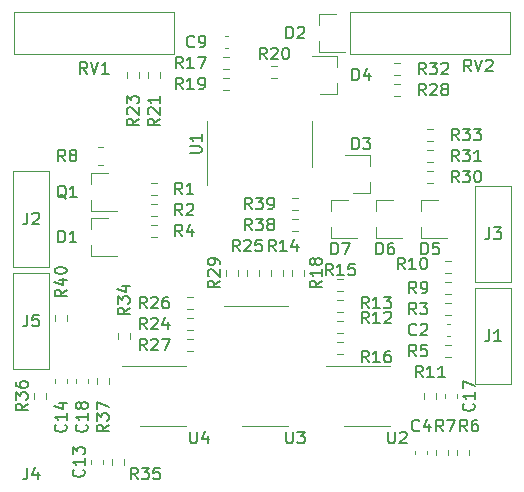
<source format=gbr>
%TF.GenerationSoftware,KiCad,Pcbnew,5.1.9*%
%TF.CreationDate,2021-04-12T02:58:06-04:00*%
%TF.ProjectId,rog_tri-vibe,726f675f-7472-4692-9d76-6962652e6b69,rev?*%
%TF.SameCoordinates,Original*%
%TF.FileFunction,Legend,Top*%
%TF.FilePolarity,Positive*%
%FSLAX46Y46*%
G04 Gerber Fmt 4.6, Leading zero omitted, Abs format (unit mm)*
G04 Created by KiCad (PCBNEW 5.1.9) date 2021-04-12 02:58:06*
%MOMM*%
%LPD*%
G01*
G04 APERTURE LIST*
%ADD10C,0.120000*%
%ADD11C,0.150000*%
G04 APERTURE END LIST*
D10*
X171196000Y-96774000D02*
X168148000Y-96774000D01*
X171196000Y-104902000D02*
X171196000Y-96774000D01*
X168148000Y-104902000D02*
X171196000Y-104902000D01*
X168148000Y-96774000D02*
X168148000Y-104902000D01*
X171196000Y-88138000D02*
X168148000Y-88138000D01*
X171196000Y-96266000D02*
X171196000Y-88138000D01*
X168148000Y-96266000D02*
X171196000Y-96266000D01*
X168148000Y-88138000D02*
X168148000Y-96266000D01*
X132080000Y-86868000D02*
X129032000Y-86868000D01*
X132080000Y-94996000D02*
X132080000Y-86868000D01*
X129032000Y-94996000D02*
X132080000Y-94996000D01*
X129032000Y-86868000D02*
X129032000Y-94996000D01*
X129032000Y-103632000D02*
X132080000Y-103632000D01*
X129032000Y-95504000D02*
X129032000Y-103632000D01*
X132080000Y-95504000D02*
X129032000Y-95504000D01*
X132080000Y-103632000D02*
X132080000Y-95504000D01*
%TO.C,C18*%
X135384000Y-104507420D02*
X135384000Y-104788580D01*
X134364000Y-104507420D02*
X134364000Y-104788580D01*
%TO.C,C17*%
X165606000Y-105777420D02*
X165606000Y-106058580D01*
X166626000Y-105777420D02*
X166626000Y-106058580D01*
%TO.C,C9*%
X146925420Y-75436000D02*
X147206580Y-75436000D01*
X146925420Y-76456000D02*
X147206580Y-76456000D01*
%TO.C,U4*%
X141732000Y-103358000D02*
X138282000Y-103358000D01*
X141732000Y-103358000D02*
X143682000Y-103358000D01*
X141732000Y-108478000D02*
X139782000Y-108478000D01*
X141732000Y-108478000D02*
X143682000Y-108478000D01*
%TO.C,U2*%
X159004000Y-103358000D02*
X155554000Y-103358000D01*
X159004000Y-103358000D02*
X160954000Y-103358000D01*
X159004000Y-108478000D02*
X157054000Y-108478000D01*
X159004000Y-108478000D02*
X160954000Y-108478000D01*
%TO.C,U3*%
X150368000Y-98318000D02*
X146918000Y-98318000D01*
X150368000Y-98318000D02*
X152318000Y-98318000D01*
X150368000Y-108438000D02*
X148418000Y-108438000D01*
X150368000Y-108438000D02*
X152318000Y-108438000D01*
%TO.C,U1*%
X154295000Y-84582000D02*
X154295000Y-82632000D01*
X154295000Y-84582000D02*
X154295000Y-86532000D01*
X145425000Y-84582000D02*
X145425000Y-82632000D01*
X145425000Y-84582000D02*
X145425000Y-88032000D01*
%TO.C,RV2*%
X171088000Y-73434000D02*
X157588000Y-73434000D01*
X171088000Y-76934000D02*
X171088000Y-73434000D01*
X157588000Y-76934000D02*
X171088000Y-76934000D01*
X157588000Y-73434000D02*
X157588000Y-76934000D01*
%TO.C,RV1*%
X142640000Y-73434000D02*
X129140000Y-73434000D01*
X142640000Y-76934000D02*
X142640000Y-73434000D01*
X129140000Y-76934000D02*
X142640000Y-76934000D01*
X129140000Y-73434000D02*
X129140000Y-76934000D01*
%TO.C,R40*%
X133618500Y-99076742D02*
X133618500Y-99551258D01*
X132573500Y-99076742D02*
X132573500Y-99551258D01*
%TO.C,R39*%
X153145258Y-89139500D02*
X152670742Y-89139500D01*
X153145258Y-90184500D02*
X152670742Y-90184500D01*
%TO.C,R38*%
X152670742Y-91962500D02*
X153145258Y-91962500D01*
X152670742Y-90917500D02*
X153145258Y-90917500D01*
%TO.C,R37*%
X136129500Y-104410742D02*
X136129500Y-104885258D01*
X137174500Y-104410742D02*
X137174500Y-104885258D01*
%TO.C,R36*%
X131840500Y-105680742D02*
X131840500Y-106155258D01*
X130795500Y-105680742D02*
X130795500Y-106155258D01*
%TO.C,R35*%
X137399500Y-111268742D02*
X137399500Y-111743258D01*
X138444500Y-111268742D02*
X138444500Y-111743258D01*
%TO.C,R34*%
X138952500Y-101075258D02*
X138952500Y-100600742D01*
X137907500Y-101075258D02*
X137907500Y-100600742D01*
%TO.C,R33*%
X164100742Y-84342500D02*
X164575258Y-84342500D01*
X164100742Y-83297500D02*
X164575258Y-83297500D01*
%TO.C,R32*%
X161306742Y-78754500D02*
X161781258Y-78754500D01*
X161306742Y-77709500D02*
X161781258Y-77709500D01*
%TO.C,R31*%
X164100742Y-86120500D02*
X164575258Y-86120500D01*
X164100742Y-85075500D02*
X164575258Y-85075500D01*
%TO.C,R30*%
X164100742Y-87898500D02*
X164575258Y-87898500D01*
X164100742Y-86853500D02*
X164575258Y-86853500D01*
%TO.C,R29*%
X148096500Y-95741258D02*
X148096500Y-95266742D01*
X147051500Y-95741258D02*
X147051500Y-95266742D01*
%TO.C,R28*%
X161306742Y-80532500D02*
X161781258Y-80532500D01*
X161306742Y-79487500D02*
X161781258Y-79487500D01*
%TO.C,R27*%
X143780742Y-101077500D02*
X144255258Y-101077500D01*
X143780742Y-102122500D02*
X144255258Y-102122500D01*
%TO.C,R26*%
X143780742Y-98566500D02*
X144255258Y-98566500D01*
X143780742Y-97521500D02*
X144255258Y-97521500D01*
%TO.C,R25*%
X148829500Y-95741258D02*
X148829500Y-95266742D01*
X149874500Y-95741258D02*
X149874500Y-95266742D01*
%TO.C,R24*%
X143780742Y-100344500D02*
X144255258Y-100344500D01*
X143780742Y-99299500D02*
X144255258Y-99299500D01*
%TO.C,R23*%
X139714500Y-78977258D02*
X139714500Y-78502742D01*
X138669500Y-78977258D02*
X138669500Y-78502742D01*
%TO.C,R21*%
X140447500Y-78502742D02*
X140447500Y-78977258D01*
X141492500Y-78502742D02*
X141492500Y-78977258D01*
%TO.C,R20*%
X151367258Y-77963500D02*
X150892742Y-77963500D01*
X151367258Y-79008500D02*
X150892742Y-79008500D01*
%TO.C,R19*%
X146828742Y-80024500D02*
X147303258Y-80024500D01*
X146828742Y-78979500D02*
X147303258Y-78979500D01*
%TO.C,R18*%
X153684500Y-95741258D02*
X153684500Y-95266742D01*
X152639500Y-95741258D02*
X152639500Y-95266742D01*
%TO.C,R17*%
X146828742Y-78246500D02*
X147303258Y-78246500D01*
X146828742Y-77201500D02*
X147303258Y-77201500D01*
%TO.C,R16*%
X156955258Y-102376500D02*
X156480742Y-102376500D01*
X156955258Y-101331500D02*
X156480742Y-101331500D01*
%TO.C,R15*%
X156955258Y-95997500D02*
X156480742Y-95997500D01*
X156955258Y-97042500D02*
X156480742Y-97042500D01*
%TO.C,R14*%
X151906500Y-95741258D02*
X151906500Y-95266742D01*
X150861500Y-95741258D02*
X150861500Y-95266742D01*
%TO.C,R13*%
X156955258Y-97775500D02*
X156480742Y-97775500D01*
X156955258Y-98820500D02*
X156480742Y-98820500D01*
%TO.C,R12*%
X156480742Y-100598500D02*
X156955258Y-100598500D01*
X156480742Y-99553500D02*
X156955258Y-99553500D01*
%TO.C,R11*%
X163815500Y-105680742D02*
X163815500Y-106155258D01*
X164860500Y-105680742D02*
X164860500Y-106155258D01*
%TO.C,R10*%
X165624742Y-95518500D02*
X166099258Y-95518500D01*
X165624742Y-94473500D02*
X166099258Y-94473500D01*
%TO.C,R9*%
X165624742Y-97296500D02*
X166099258Y-97296500D01*
X165624742Y-96251500D02*
X166099258Y-96251500D01*
%TO.C,R8*%
X136170936Y-86333000D02*
X136625064Y-86333000D01*
X136170936Y-84863000D02*
X136625064Y-84863000D01*
%TO.C,R7*%
X164831500Y-110443742D02*
X164831500Y-110918258D01*
X165876500Y-110443742D02*
X165876500Y-110918258D01*
%TO.C,R6*%
X166609500Y-110918258D02*
X166609500Y-110443742D01*
X167654500Y-110918258D02*
X167654500Y-110443742D01*
%TO.C,R5*%
X166099258Y-102630500D02*
X165624742Y-102630500D01*
X166099258Y-101585500D02*
X165624742Y-101585500D01*
%TO.C,R4*%
X140732742Y-92470500D02*
X141207258Y-92470500D01*
X140732742Y-91425500D02*
X141207258Y-91425500D01*
%TO.C,R3*%
X166099258Y-98029500D02*
X165624742Y-98029500D01*
X166099258Y-99074500D02*
X165624742Y-99074500D01*
%TO.C,R2*%
X141207258Y-89647500D02*
X140732742Y-89647500D01*
X141207258Y-90692500D02*
X140732742Y-90692500D01*
%TO.C,R1*%
X140732742Y-88914500D02*
X141207258Y-88914500D01*
X140732742Y-87869500D02*
X141207258Y-87869500D01*
%TO.C,Q1*%
X135638000Y-87066000D02*
X137098000Y-87066000D01*
X135638000Y-90226000D02*
X137798000Y-90226000D01*
X135638000Y-90226000D02*
X135638000Y-89296000D01*
X135638000Y-87066000D02*
X135638000Y-87996000D01*
%TO.C,D7*%
X155958000Y-89352000D02*
X157418000Y-89352000D01*
X155958000Y-92512000D02*
X158118000Y-92512000D01*
X155958000Y-92512000D02*
X155958000Y-91582000D01*
X155958000Y-89352000D02*
X155958000Y-90282000D01*
%TO.C,D6*%
X159768000Y-89352000D02*
X161228000Y-89352000D01*
X159768000Y-92512000D02*
X161928000Y-92512000D01*
X159768000Y-92512000D02*
X159768000Y-91582000D01*
X159768000Y-89352000D02*
X159768000Y-90282000D01*
%TO.C,D5*%
X163578000Y-89352000D02*
X165038000Y-89352000D01*
X163578000Y-92512000D02*
X165738000Y-92512000D01*
X163578000Y-92512000D02*
X163578000Y-91582000D01*
X163578000Y-89352000D02*
X163578000Y-90282000D01*
%TO.C,D4*%
X156462000Y-80320000D02*
X156462000Y-79390000D01*
X156462000Y-77160000D02*
X156462000Y-78090000D01*
X156462000Y-77160000D02*
X154302000Y-77160000D01*
X156462000Y-80320000D02*
X155002000Y-80320000D01*
%TO.C,D3*%
X159256000Y-88702000D02*
X157796000Y-88702000D01*
X159256000Y-85542000D02*
X157096000Y-85542000D01*
X159256000Y-85542000D02*
X159256000Y-86472000D01*
X159256000Y-88702000D02*
X159256000Y-87772000D01*
%TO.C,D2*%
X154942000Y-73604000D02*
X154942000Y-74534000D01*
X154942000Y-76764000D02*
X154942000Y-75834000D01*
X154942000Y-76764000D02*
X157102000Y-76764000D01*
X154942000Y-73604000D02*
X156402000Y-73604000D01*
%TO.C,D1*%
X135638000Y-90876000D02*
X137098000Y-90876000D01*
X135638000Y-94036000D02*
X137798000Y-94036000D01*
X135638000Y-94036000D02*
X135638000Y-93106000D01*
X135638000Y-90876000D02*
X135638000Y-91806000D01*
%TO.C,C14*%
X132586000Y-104788580D02*
X132586000Y-104507420D01*
X133606000Y-104788580D02*
X133606000Y-104507420D01*
%TO.C,C13*%
X135634000Y-111365420D02*
X135634000Y-111646580D01*
X136654000Y-111365420D02*
X136654000Y-111646580D01*
%TO.C,C4*%
X164086000Y-110540420D02*
X164086000Y-110821580D01*
X163066000Y-110540420D02*
X163066000Y-110821580D01*
%TO.C,C2*%
X165721420Y-100840000D02*
X166002580Y-100840000D01*
X165721420Y-99820000D02*
X166002580Y-99820000D01*
%TO.C,C18*%
D11*
X135231142Y-108338857D02*
X135278761Y-108386476D01*
X135326380Y-108529333D01*
X135326380Y-108624571D01*
X135278761Y-108767428D01*
X135183523Y-108862666D01*
X135088285Y-108910285D01*
X134897809Y-108957904D01*
X134754952Y-108957904D01*
X134564476Y-108910285D01*
X134469238Y-108862666D01*
X134374000Y-108767428D01*
X134326380Y-108624571D01*
X134326380Y-108529333D01*
X134374000Y-108386476D01*
X134421619Y-108338857D01*
X135326380Y-107386476D02*
X135326380Y-107957904D01*
X135326380Y-107672190D02*
X134326380Y-107672190D01*
X134469238Y-107767428D01*
X134564476Y-107862666D01*
X134612095Y-107957904D01*
X134754952Y-106815047D02*
X134707333Y-106910285D01*
X134659714Y-106957904D01*
X134564476Y-107005523D01*
X134516857Y-107005523D01*
X134421619Y-106957904D01*
X134374000Y-106910285D01*
X134326380Y-106815047D01*
X134326380Y-106624571D01*
X134374000Y-106529333D01*
X134421619Y-106481714D01*
X134516857Y-106434095D01*
X134564476Y-106434095D01*
X134659714Y-106481714D01*
X134707333Y-106529333D01*
X134754952Y-106624571D01*
X134754952Y-106815047D01*
X134802571Y-106910285D01*
X134850190Y-106957904D01*
X134945428Y-107005523D01*
X135135904Y-107005523D01*
X135231142Y-106957904D01*
X135278761Y-106910285D01*
X135326380Y-106815047D01*
X135326380Y-106624571D01*
X135278761Y-106529333D01*
X135231142Y-106481714D01*
X135135904Y-106434095D01*
X134945428Y-106434095D01*
X134850190Y-106481714D01*
X134802571Y-106529333D01*
X134754952Y-106624571D01*
%TO.C,C17*%
X167997142Y-106560857D02*
X168044761Y-106608476D01*
X168092380Y-106751333D01*
X168092380Y-106846571D01*
X168044761Y-106989428D01*
X167949523Y-107084666D01*
X167854285Y-107132285D01*
X167663809Y-107179904D01*
X167520952Y-107179904D01*
X167330476Y-107132285D01*
X167235238Y-107084666D01*
X167140000Y-106989428D01*
X167092380Y-106846571D01*
X167092380Y-106751333D01*
X167140000Y-106608476D01*
X167187619Y-106560857D01*
X168092380Y-105608476D02*
X168092380Y-106179904D01*
X168092380Y-105894190D02*
X167092380Y-105894190D01*
X167235238Y-105989428D01*
X167330476Y-106084666D01*
X167378095Y-106179904D01*
X167092380Y-105275142D02*
X167092380Y-104608476D01*
X168092380Y-105037047D01*
%TO.C,C9*%
X144359333Y-76303142D02*
X144311714Y-76350761D01*
X144168857Y-76398380D01*
X144073619Y-76398380D01*
X143930761Y-76350761D01*
X143835523Y-76255523D01*
X143787904Y-76160285D01*
X143740285Y-75969809D01*
X143740285Y-75826952D01*
X143787904Y-75636476D01*
X143835523Y-75541238D01*
X143930761Y-75446000D01*
X144073619Y-75398380D01*
X144168857Y-75398380D01*
X144311714Y-75446000D01*
X144359333Y-75493619D01*
X144835523Y-76398380D02*
X145026000Y-76398380D01*
X145121238Y-76350761D01*
X145168857Y-76303142D01*
X145264095Y-76160285D01*
X145311714Y-75969809D01*
X145311714Y-75588857D01*
X145264095Y-75493619D01*
X145216476Y-75446000D01*
X145121238Y-75398380D01*
X144930761Y-75398380D01*
X144835523Y-75446000D01*
X144787904Y-75493619D01*
X144740285Y-75588857D01*
X144740285Y-75826952D01*
X144787904Y-75922190D01*
X144835523Y-75969809D01*
X144930761Y-76017428D01*
X145121238Y-76017428D01*
X145216476Y-75969809D01*
X145264095Y-75922190D01*
X145311714Y-75826952D01*
%TO.C,U4*%
X144018095Y-108926380D02*
X144018095Y-109735904D01*
X144065714Y-109831142D01*
X144113333Y-109878761D01*
X144208571Y-109926380D01*
X144399047Y-109926380D01*
X144494285Y-109878761D01*
X144541904Y-109831142D01*
X144589523Y-109735904D01*
X144589523Y-108926380D01*
X145494285Y-109259714D02*
X145494285Y-109926380D01*
X145256190Y-108878761D02*
X145018095Y-109593047D01*
X145637142Y-109593047D01*
%TO.C,U2*%
X160782095Y-108926380D02*
X160782095Y-109735904D01*
X160829714Y-109831142D01*
X160877333Y-109878761D01*
X160972571Y-109926380D01*
X161163047Y-109926380D01*
X161258285Y-109878761D01*
X161305904Y-109831142D01*
X161353523Y-109735904D01*
X161353523Y-108926380D01*
X161782095Y-109021619D02*
X161829714Y-108974000D01*
X161924952Y-108926380D01*
X162163047Y-108926380D01*
X162258285Y-108974000D01*
X162305904Y-109021619D01*
X162353523Y-109116857D01*
X162353523Y-109212095D01*
X162305904Y-109354952D01*
X161734476Y-109926380D01*
X162353523Y-109926380D01*
%TO.C,U3*%
X152146095Y-108926380D02*
X152146095Y-109735904D01*
X152193714Y-109831142D01*
X152241333Y-109878761D01*
X152336571Y-109926380D01*
X152527047Y-109926380D01*
X152622285Y-109878761D01*
X152669904Y-109831142D01*
X152717523Y-109735904D01*
X152717523Y-108926380D01*
X153098476Y-108926380D02*
X153717523Y-108926380D01*
X153384190Y-109307333D01*
X153527047Y-109307333D01*
X153622285Y-109354952D01*
X153669904Y-109402571D01*
X153717523Y-109497809D01*
X153717523Y-109735904D01*
X153669904Y-109831142D01*
X153622285Y-109878761D01*
X153527047Y-109926380D01*
X153241333Y-109926380D01*
X153146095Y-109878761D01*
X153098476Y-109831142D01*
%TO.C,U1*%
X143978380Y-85343904D02*
X144787904Y-85343904D01*
X144883142Y-85296285D01*
X144930761Y-85248666D01*
X144978380Y-85153428D01*
X144978380Y-84962952D01*
X144930761Y-84867714D01*
X144883142Y-84820095D01*
X144787904Y-84772476D01*
X143978380Y-84772476D01*
X144978380Y-83772476D02*
X144978380Y-84343904D01*
X144978380Y-84058190D02*
X143978380Y-84058190D01*
X144121238Y-84153428D01*
X144216476Y-84248666D01*
X144264095Y-84343904D01*
%TO.C,RV2*%
X167806761Y-78430380D02*
X167473428Y-77954190D01*
X167235333Y-78430380D02*
X167235333Y-77430380D01*
X167616285Y-77430380D01*
X167711523Y-77478000D01*
X167759142Y-77525619D01*
X167806761Y-77620857D01*
X167806761Y-77763714D01*
X167759142Y-77858952D01*
X167711523Y-77906571D01*
X167616285Y-77954190D01*
X167235333Y-77954190D01*
X168092476Y-77430380D02*
X168425809Y-78430380D01*
X168759142Y-77430380D01*
X169044857Y-77525619D02*
X169092476Y-77478000D01*
X169187714Y-77430380D01*
X169425809Y-77430380D01*
X169521047Y-77478000D01*
X169568666Y-77525619D01*
X169616285Y-77620857D01*
X169616285Y-77716095D01*
X169568666Y-77858952D01*
X168997238Y-78430380D01*
X169616285Y-78430380D01*
%TO.C,RV1*%
X135294761Y-78636380D02*
X134961428Y-78160190D01*
X134723333Y-78636380D02*
X134723333Y-77636380D01*
X135104285Y-77636380D01*
X135199523Y-77684000D01*
X135247142Y-77731619D01*
X135294761Y-77826857D01*
X135294761Y-77969714D01*
X135247142Y-78064952D01*
X135199523Y-78112571D01*
X135104285Y-78160190D01*
X134723333Y-78160190D01*
X135580476Y-77636380D02*
X135913809Y-78636380D01*
X136247142Y-77636380D01*
X137104285Y-78636380D02*
X136532857Y-78636380D01*
X136818571Y-78636380D02*
X136818571Y-77636380D01*
X136723333Y-77779238D01*
X136628095Y-77874476D01*
X136532857Y-77922095D01*
%TO.C,R40*%
X133548380Y-96908857D02*
X133072190Y-97242190D01*
X133548380Y-97480285D02*
X132548380Y-97480285D01*
X132548380Y-97099333D01*
X132596000Y-97004095D01*
X132643619Y-96956476D01*
X132738857Y-96908857D01*
X132881714Y-96908857D01*
X132976952Y-96956476D01*
X133024571Y-97004095D01*
X133072190Y-97099333D01*
X133072190Y-97480285D01*
X132881714Y-96051714D02*
X133548380Y-96051714D01*
X132500761Y-96289809D02*
X133215047Y-96527904D01*
X133215047Y-95908857D01*
X132548380Y-95337428D02*
X132548380Y-95242190D01*
X132596000Y-95146952D01*
X132643619Y-95099333D01*
X132738857Y-95051714D01*
X132929333Y-95004095D01*
X133167428Y-95004095D01*
X133357904Y-95051714D01*
X133453142Y-95099333D01*
X133500761Y-95146952D01*
X133548380Y-95242190D01*
X133548380Y-95337428D01*
X133500761Y-95432666D01*
X133453142Y-95480285D01*
X133357904Y-95527904D01*
X133167428Y-95575523D01*
X132929333Y-95575523D01*
X132738857Y-95527904D01*
X132643619Y-95480285D01*
X132596000Y-95432666D01*
X132548380Y-95337428D01*
%TO.C,R39*%
X149217142Y-90114380D02*
X148883809Y-89638190D01*
X148645714Y-90114380D02*
X148645714Y-89114380D01*
X149026666Y-89114380D01*
X149121904Y-89162000D01*
X149169523Y-89209619D01*
X149217142Y-89304857D01*
X149217142Y-89447714D01*
X149169523Y-89542952D01*
X149121904Y-89590571D01*
X149026666Y-89638190D01*
X148645714Y-89638190D01*
X149550476Y-89114380D02*
X150169523Y-89114380D01*
X149836190Y-89495333D01*
X149979047Y-89495333D01*
X150074285Y-89542952D01*
X150121904Y-89590571D01*
X150169523Y-89685809D01*
X150169523Y-89923904D01*
X150121904Y-90019142D01*
X150074285Y-90066761D01*
X149979047Y-90114380D01*
X149693333Y-90114380D01*
X149598095Y-90066761D01*
X149550476Y-90019142D01*
X150645714Y-90114380D02*
X150836190Y-90114380D01*
X150931428Y-90066761D01*
X150979047Y-90019142D01*
X151074285Y-89876285D01*
X151121904Y-89685809D01*
X151121904Y-89304857D01*
X151074285Y-89209619D01*
X151026666Y-89162000D01*
X150931428Y-89114380D01*
X150740952Y-89114380D01*
X150645714Y-89162000D01*
X150598095Y-89209619D01*
X150550476Y-89304857D01*
X150550476Y-89542952D01*
X150598095Y-89638190D01*
X150645714Y-89685809D01*
X150740952Y-89733428D01*
X150931428Y-89733428D01*
X151026666Y-89685809D01*
X151074285Y-89638190D01*
X151121904Y-89542952D01*
%TO.C,R38*%
X149217142Y-91892380D02*
X148883809Y-91416190D01*
X148645714Y-91892380D02*
X148645714Y-90892380D01*
X149026666Y-90892380D01*
X149121904Y-90940000D01*
X149169523Y-90987619D01*
X149217142Y-91082857D01*
X149217142Y-91225714D01*
X149169523Y-91320952D01*
X149121904Y-91368571D01*
X149026666Y-91416190D01*
X148645714Y-91416190D01*
X149550476Y-90892380D02*
X150169523Y-90892380D01*
X149836190Y-91273333D01*
X149979047Y-91273333D01*
X150074285Y-91320952D01*
X150121904Y-91368571D01*
X150169523Y-91463809D01*
X150169523Y-91701904D01*
X150121904Y-91797142D01*
X150074285Y-91844761D01*
X149979047Y-91892380D01*
X149693333Y-91892380D01*
X149598095Y-91844761D01*
X149550476Y-91797142D01*
X150740952Y-91320952D02*
X150645714Y-91273333D01*
X150598095Y-91225714D01*
X150550476Y-91130476D01*
X150550476Y-91082857D01*
X150598095Y-90987619D01*
X150645714Y-90940000D01*
X150740952Y-90892380D01*
X150931428Y-90892380D01*
X151026666Y-90940000D01*
X151074285Y-90987619D01*
X151121904Y-91082857D01*
X151121904Y-91130476D01*
X151074285Y-91225714D01*
X151026666Y-91273333D01*
X150931428Y-91320952D01*
X150740952Y-91320952D01*
X150645714Y-91368571D01*
X150598095Y-91416190D01*
X150550476Y-91511428D01*
X150550476Y-91701904D01*
X150598095Y-91797142D01*
X150645714Y-91844761D01*
X150740952Y-91892380D01*
X150931428Y-91892380D01*
X151026666Y-91844761D01*
X151074285Y-91797142D01*
X151121904Y-91701904D01*
X151121904Y-91511428D01*
X151074285Y-91416190D01*
X151026666Y-91368571D01*
X150931428Y-91320952D01*
%TO.C,R37*%
X137104380Y-108338857D02*
X136628190Y-108672190D01*
X137104380Y-108910285D02*
X136104380Y-108910285D01*
X136104380Y-108529333D01*
X136152000Y-108434095D01*
X136199619Y-108386476D01*
X136294857Y-108338857D01*
X136437714Y-108338857D01*
X136532952Y-108386476D01*
X136580571Y-108434095D01*
X136628190Y-108529333D01*
X136628190Y-108910285D01*
X136104380Y-108005523D02*
X136104380Y-107386476D01*
X136485333Y-107719809D01*
X136485333Y-107576952D01*
X136532952Y-107481714D01*
X136580571Y-107434095D01*
X136675809Y-107386476D01*
X136913904Y-107386476D01*
X137009142Y-107434095D01*
X137056761Y-107481714D01*
X137104380Y-107576952D01*
X137104380Y-107862666D01*
X137056761Y-107957904D01*
X137009142Y-108005523D01*
X136104380Y-107053142D02*
X136104380Y-106386476D01*
X137104380Y-106815047D01*
%TO.C,R36*%
X130246380Y-106560857D02*
X129770190Y-106894190D01*
X130246380Y-107132285D02*
X129246380Y-107132285D01*
X129246380Y-106751333D01*
X129294000Y-106656095D01*
X129341619Y-106608476D01*
X129436857Y-106560857D01*
X129579714Y-106560857D01*
X129674952Y-106608476D01*
X129722571Y-106656095D01*
X129770190Y-106751333D01*
X129770190Y-107132285D01*
X129246380Y-106227523D02*
X129246380Y-105608476D01*
X129627333Y-105941809D01*
X129627333Y-105798952D01*
X129674952Y-105703714D01*
X129722571Y-105656095D01*
X129817809Y-105608476D01*
X130055904Y-105608476D01*
X130151142Y-105656095D01*
X130198761Y-105703714D01*
X130246380Y-105798952D01*
X130246380Y-106084666D01*
X130198761Y-106179904D01*
X130151142Y-106227523D01*
X129246380Y-104751333D02*
X129246380Y-104941809D01*
X129294000Y-105037047D01*
X129341619Y-105084666D01*
X129484476Y-105179904D01*
X129674952Y-105227523D01*
X130055904Y-105227523D01*
X130151142Y-105179904D01*
X130198761Y-105132285D01*
X130246380Y-105037047D01*
X130246380Y-104846571D01*
X130198761Y-104751333D01*
X130151142Y-104703714D01*
X130055904Y-104656095D01*
X129817809Y-104656095D01*
X129722571Y-104703714D01*
X129674952Y-104751333D01*
X129627333Y-104846571D01*
X129627333Y-105037047D01*
X129674952Y-105132285D01*
X129722571Y-105179904D01*
X129817809Y-105227523D01*
%TO.C,R35*%
X139565142Y-112974380D02*
X139231809Y-112498190D01*
X138993714Y-112974380D02*
X138993714Y-111974380D01*
X139374666Y-111974380D01*
X139469904Y-112022000D01*
X139517523Y-112069619D01*
X139565142Y-112164857D01*
X139565142Y-112307714D01*
X139517523Y-112402952D01*
X139469904Y-112450571D01*
X139374666Y-112498190D01*
X138993714Y-112498190D01*
X139898476Y-111974380D02*
X140517523Y-111974380D01*
X140184190Y-112355333D01*
X140327047Y-112355333D01*
X140422285Y-112402952D01*
X140469904Y-112450571D01*
X140517523Y-112545809D01*
X140517523Y-112783904D01*
X140469904Y-112879142D01*
X140422285Y-112926761D01*
X140327047Y-112974380D01*
X140041333Y-112974380D01*
X139946095Y-112926761D01*
X139898476Y-112879142D01*
X141422285Y-111974380D02*
X140946095Y-111974380D01*
X140898476Y-112450571D01*
X140946095Y-112402952D01*
X141041333Y-112355333D01*
X141279428Y-112355333D01*
X141374666Y-112402952D01*
X141422285Y-112450571D01*
X141469904Y-112545809D01*
X141469904Y-112783904D01*
X141422285Y-112879142D01*
X141374666Y-112926761D01*
X141279428Y-112974380D01*
X141041333Y-112974380D01*
X140946095Y-112926761D01*
X140898476Y-112879142D01*
%TO.C,R34*%
X138882380Y-98432857D02*
X138406190Y-98766190D01*
X138882380Y-99004285D02*
X137882380Y-99004285D01*
X137882380Y-98623333D01*
X137930000Y-98528095D01*
X137977619Y-98480476D01*
X138072857Y-98432857D01*
X138215714Y-98432857D01*
X138310952Y-98480476D01*
X138358571Y-98528095D01*
X138406190Y-98623333D01*
X138406190Y-99004285D01*
X137882380Y-98099523D02*
X137882380Y-97480476D01*
X138263333Y-97813809D01*
X138263333Y-97670952D01*
X138310952Y-97575714D01*
X138358571Y-97528095D01*
X138453809Y-97480476D01*
X138691904Y-97480476D01*
X138787142Y-97528095D01*
X138834761Y-97575714D01*
X138882380Y-97670952D01*
X138882380Y-97956666D01*
X138834761Y-98051904D01*
X138787142Y-98099523D01*
X138215714Y-96623333D02*
X138882380Y-96623333D01*
X137834761Y-96861428D02*
X138549047Y-97099523D01*
X138549047Y-96480476D01*
%TO.C,R33*%
X166743142Y-84272380D02*
X166409809Y-83796190D01*
X166171714Y-84272380D02*
X166171714Y-83272380D01*
X166552666Y-83272380D01*
X166647904Y-83320000D01*
X166695523Y-83367619D01*
X166743142Y-83462857D01*
X166743142Y-83605714D01*
X166695523Y-83700952D01*
X166647904Y-83748571D01*
X166552666Y-83796190D01*
X166171714Y-83796190D01*
X167076476Y-83272380D02*
X167695523Y-83272380D01*
X167362190Y-83653333D01*
X167505047Y-83653333D01*
X167600285Y-83700952D01*
X167647904Y-83748571D01*
X167695523Y-83843809D01*
X167695523Y-84081904D01*
X167647904Y-84177142D01*
X167600285Y-84224761D01*
X167505047Y-84272380D01*
X167219333Y-84272380D01*
X167124095Y-84224761D01*
X167076476Y-84177142D01*
X168028857Y-83272380D02*
X168647904Y-83272380D01*
X168314571Y-83653333D01*
X168457428Y-83653333D01*
X168552666Y-83700952D01*
X168600285Y-83748571D01*
X168647904Y-83843809D01*
X168647904Y-84081904D01*
X168600285Y-84177142D01*
X168552666Y-84224761D01*
X168457428Y-84272380D01*
X168171714Y-84272380D01*
X168076476Y-84224761D01*
X168028857Y-84177142D01*
%TO.C,R32*%
X163949142Y-78684380D02*
X163615809Y-78208190D01*
X163377714Y-78684380D02*
X163377714Y-77684380D01*
X163758666Y-77684380D01*
X163853904Y-77732000D01*
X163901523Y-77779619D01*
X163949142Y-77874857D01*
X163949142Y-78017714D01*
X163901523Y-78112952D01*
X163853904Y-78160571D01*
X163758666Y-78208190D01*
X163377714Y-78208190D01*
X164282476Y-77684380D02*
X164901523Y-77684380D01*
X164568190Y-78065333D01*
X164711047Y-78065333D01*
X164806285Y-78112952D01*
X164853904Y-78160571D01*
X164901523Y-78255809D01*
X164901523Y-78493904D01*
X164853904Y-78589142D01*
X164806285Y-78636761D01*
X164711047Y-78684380D01*
X164425333Y-78684380D01*
X164330095Y-78636761D01*
X164282476Y-78589142D01*
X165282476Y-77779619D02*
X165330095Y-77732000D01*
X165425333Y-77684380D01*
X165663428Y-77684380D01*
X165758666Y-77732000D01*
X165806285Y-77779619D01*
X165853904Y-77874857D01*
X165853904Y-77970095D01*
X165806285Y-78112952D01*
X165234857Y-78684380D01*
X165853904Y-78684380D01*
%TO.C,R31*%
X166743142Y-86050380D02*
X166409809Y-85574190D01*
X166171714Y-86050380D02*
X166171714Y-85050380D01*
X166552666Y-85050380D01*
X166647904Y-85098000D01*
X166695523Y-85145619D01*
X166743142Y-85240857D01*
X166743142Y-85383714D01*
X166695523Y-85478952D01*
X166647904Y-85526571D01*
X166552666Y-85574190D01*
X166171714Y-85574190D01*
X167076476Y-85050380D02*
X167695523Y-85050380D01*
X167362190Y-85431333D01*
X167505047Y-85431333D01*
X167600285Y-85478952D01*
X167647904Y-85526571D01*
X167695523Y-85621809D01*
X167695523Y-85859904D01*
X167647904Y-85955142D01*
X167600285Y-86002761D01*
X167505047Y-86050380D01*
X167219333Y-86050380D01*
X167124095Y-86002761D01*
X167076476Y-85955142D01*
X168647904Y-86050380D02*
X168076476Y-86050380D01*
X168362190Y-86050380D02*
X168362190Y-85050380D01*
X168266952Y-85193238D01*
X168171714Y-85288476D01*
X168076476Y-85336095D01*
%TO.C,R30*%
X166743142Y-87828380D02*
X166409809Y-87352190D01*
X166171714Y-87828380D02*
X166171714Y-86828380D01*
X166552666Y-86828380D01*
X166647904Y-86876000D01*
X166695523Y-86923619D01*
X166743142Y-87018857D01*
X166743142Y-87161714D01*
X166695523Y-87256952D01*
X166647904Y-87304571D01*
X166552666Y-87352190D01*
X166171714Y-87352190D01*
X167076476Y-86828380D02*
X167695523Y-86828380D01*
X167362190Y-87209333D01*
X167505047Y-87209333D01*
X167600285Y-87256952D01*
X167647904Y-87304571D01*
X167695523Y-87399809D01*
X167695523Y-87637904D01*
X167647904Y-87733142D01*
X167600285Y-87780761D01*
X167505047Y-87828380D01*
X167219333Y-87828380D01*
X167124095Y-87780761D01*
X167076476Y-87733142D01*
X168314571Y-86828380D02*
X168409809Y-86828380D01*
X168505047Y-86876000D01*
X168552666Y-86923619D01*
X168600285Y-87018857D01*
X168647904Y-87209333D01*
X168647904Y-87447428D01*
X168600285Y-87637904D01*
X168552666Y-87733142D01*
X168505047Y-87780761D01*
X168409809Y-87828380D01*
X168314571Y-87828380D01*
X168219333Y-87780761D01*
X168171714Y-87733142D01*
X168124095Y-87637904D01*
X168076476Y-87447428D01*
X168076476Y-87209333D01*
X168124095Y-87018857D01*
X168171714Y-86923619D01*
X168219333Y-86876000D01*
X168314571Y-86828380D01*
%TO.C,R29*%
X146502380Y-96146857D02*
X146026190Y-96480190D01*
X146502380Y-96718285D02*
X145502380Y-96718285D01*
X145502380Y-96337333D01*
X145550000Y-96242095D01*
X145597619Y-96194476D01*
X145692857Y-96146857D01*
X145835714Y-96146857D01*
X145930952Y-96194476D01*
X145978571Y-96242095D01*
X146026190Y-96337333D01*
X146026190Y-96718285D01*
X145597619Y-95765904D02*
X145550000Y-95718285D01*
X145502380Y-95623047D01*
X145502380Y-95384952D01*
X145550000Y-95289714D01*
X145597619Y-95242095D01*
X145692857Y-95194476D01*
X145788095Y-95194476D01*
X145930952Y-95242095D01*
X146502380Y-95813523D01*
X146502380Y-95194476D01*
X146502380Y-94718285D02*
X146502380Y-94527809D01*
X146454761Y-94432571D01*
X146407142Y-94384952D01*
X146264285Y-94289714D01*
X146073809Y-94242095D01*
X145692857Y-94242095D01*
X145597619Y-94289714D01*
X145550000Y-94337333D01*
X145502380Y-94432571D01*
X145502380Y-94623047D01*
X145550000Y-94718285D01*
X145597619Y-94765904D01*
X145692857Y-94813523D01*
X145930952Y-94813523D01*
X146026190Y-94765904D01*
X146073809Y-94718285D01*
X146121428Y-94623047D01*
X146121428Y-94432571D01*
X146073809Y-94337333D01*
X146026190Y-94289714D01*
X145930952Y-94242095D01*
%TO.C,R28*%
X163949142Y-80462380D02*
X163615809Y-79986190D01*
X163377714Y-80462380D02*
X163377714Y-79462380D01*
X163758666Y-79462380D01*
X163853904Y-79510000D01*
X163901523Y-79557619D01*
X163949142Y-79652857D01*
X163949142Y-79795714D01*
X163901523Y-79890952D01*
X163853904Y-79938571D01*
X163758666Y-79986190D01*
X163377714Y-79986190D01*
X164330095Y-79557619D02*
X164377714Y-79510000D01*
X164472952Y-79462380D01*
X164711047Y-79462380D01*
X164806285Y-79510000D01*
X164853904Y-79557619D01*
X164901523Y-79652857D01*
X164901523Y-79748095D01*
X164853904Y-79890952D01*
X164282476Y-80462380D01*
X164901523Y-80462380D01*
X165472952Y-79890952D02*
X165377714Y-79843333D01*
X165330095Y-79795714D01*
X165282476Y-79700476D01*
X165282476Y-79652857D01*
X165330095Y-79557619D01*
X165377714Y-79510000D01*
X165472952Y-79462380D01*
X165663428Y-79462380D01*
X165758666Y-79510000D01*
X165806285Y-79557619D01*
X165853904Y-79652857D01*
X165853904Y-79700476D01*
X165806285Y-79795714D01*
X165758666Y-79843333D01*
X165663428Y-79890952D01*
X165472952Y-79890952D01*
X165377714Y-79938571D01*
X165330095Y-79986190D01*
X165282476Y-80081428D01*
X165282476Y-80271904D01*
X165330095Y-80367142D01*
X165377714Y-80414761D01*
X165472952Y-80462380D01*
X165663428Y-80462380D01*
X165758666Y-80414761D01*
X165806285Y-80367142D01*
X165853904Y-80271904D01*
X165853904Y-80081428D01*
X165806285Y-79986190D01*
X165758666Y-79938571D01*
X165663428Y-79890952D01*
%TO.C,R27*%
X140327142Y-102052380D02*
X139993809Y-101576190D01*
X139755714Y-102052380D02*
X139755714Y-101052380D01*
X140136666Y-101052380D01*
X140231904Y-101100000D01*
X140279523Y-101147619D01*
X140327142Y-101242857D01*
X140327142Y-101385714D01*
X140279523Y-101480952D01*
X140231904Y-101528571D01*
X140136666Y-101576190D01*
X139755714Y-101576190D01*
X140708095Y-101147619D02*
X140755714Y-101100000D01*
X140850952Y-101052380D01*
X141089047Y-101052380D01*
X141184285Y-101100000D01*
X141231904Y-101147619D01*
X141279523Y-101242857D01*
X141279523Y-101338095D01*
X141231904Y-101480952D01*
X140660476Y-102052380D01*
X141279523Y-102052380D01*
X141612857Y-101052380D02*
X142279523Y-101052380D01*
X141850952Y-102052380D01*
%TO.C,R26*%
X140327142Y-98496380D02*
X139993809Y-98020190D01*
X139755714Y-98496380D02*
X139755714Y-97496380D01*
X140136666Y-97496380D01*
X140231904Y-97544000D01*
X140279523Y-97591619D01*
X140327142Y-97686857D01*
X140327142Y-97829714D01*
X140279523Y-97924952D01*
X140231904Y-97972571D01*
X140136666Y-98020190D01*
X139755714Y-98020190D01*
X140708095Y-97591619D02*
X140755714Y-97544000D01*
X140850952Y-97496380D01*
X141089047Y-97496380D01*
X141184285Y-97544000D01*
X141231904Y-97591619D01*
X141279523Y-97686857D01*
X141279523Y-97782095D01*
X141231904Y-97924952D01*
X140660476Y-98496380D01*
X141279523Y-98496380D01*
X142136666Y-97496380D02*
X141946190Y-97496380D01*
X141850952Y-97544000D01*
X141803333Y-97591619D01*
X141708095Y-97734476D01*
X141660476Y-97924952D01*
X141660476Y-98305904D01*
X141708095Y-98401142D01*
X141755714Y-98448761D01*
X141850952Y-98496380D01*
X142041428Y-98496380D01*
X142136666Y-98448761D01*
X142184285Y-98401142D01*
X142231904Y-98305904D01*
X142231904Y-98067809D01*
X142184285Y-97972571D01*
X142136666Y-97924952D01*
X142041428Y-97877333D01*
X141850952Y-97877333D01*
X141755714Y-97924952D01*
X141708095Y-97972571D01*
X141660476Y-98067809D01*
%TO.C,R25*%
X148201142Y-93670380D02*
X147867809Y-93194190D01*
X147629714Y-93670380D02*
X147629714Y-92670380D01*
X148010666Y-92670380D01*
X148105904Y-92718000D01*
X148153523Y-92765619D01*
X148201142Y-92860857D01*
X148201142Y-93003714D01*
X148153523Y-93098952D01*
X148105904Y-93146571D01*
X148010666Y-93194190D01*
X147629714Y-93194190D01*
X148582095Y-92765619D02*
X148629714Y-92718000D01*
X148724952Y-92670380D01*
X148963047Y-92670380D01*
X149058285Y-92718000D01*
X149105904Y-92765619D01*
X149153523Y-92860857D01*
X149153523Y-92956095D01*
X149105904Y-93098952D01*
X148534476Y-93670380D01*
X149153523Y-93670380D01*
X150058285Y-92670380D02*
X149582095Y-92670380D01*
X149534476Y-93146571D01*
X149582095Y-93098952D01*
X149677333Y-93051333D01*
X149915428Y-93051333D01*
X150010666Y-93098952D01*
X150058285Y-93146571D01*
X150105904Y-93241809D01*
X150105904Y-93479904D01*
X150058285Y-93575142D01*
X150010666Y-93622761D01*
X149915428Y-93670380D01*
X149677333Y-93670380D01*
X149582095Y-93622761D01*
X149534476Y-93575142D01*
%TO.C,R24*%
X140327142Y-100274380D02*
X139993809Y-99798190D01*
X139755714Y-100274380D02*
X139755714Y-99274380D01*
X140136666Y-99274380D01*
X140231904Y-99322000D01*
X140279523Y-99369619D01*
X140327142Y-99464857D01*
X140327142Y-99607714D01*
X140279523Y-99702952D01*
X140231904Y-99750571D01*
X140136666Y-99798190D01*
X139755714Y-99798190D01*
X140708095Y-99369619D02*
X140755714Y-99322000D01*
X140850952Y-99274380D01*
X141089047Y-99274380D01*
X141184285Y-99322000D01*
X141231904Y-99369619D01*
X141279523Y-99464857D01*
X141279523Y-99560095D01*
X141231904Y-99702952D01*
X140660476Y-100274380D01*
X141279523Y-100274380D01*
X142136666Y-99607714D02*
X142136666Y-100274380D01*
X141898571Y-99226761D02*
X141660476Y-99941047D01*
X142279523Y-99941047D01*
%TO.C,R23*%
X139644380Y-82430857D02*
X139168190Y-82764190D01*
X139644380Y-83002285D02*
X138644380Y-83002285D01*
X138644380Y-82621333D01*
X138692000Y-82526095D01*
X138739619Y-82478476D01*
X138834857Y-82430857D01*
X138977714Y-82430857D01*
X139072952Y-82478476D01*
X139120571Y-82526095D01*
X139168190Y-82621333D01*
X139168190Y-83002285D01*
X138739619Y-82049904D02*
X138692000Y-82002285D01*
X138644380Y-81907047D01*
X138644380Y-81668952D01*
X138692000Y-81573714D01*
X138739619Y-81526095D01*
X138834857Y-81478476D01*
X138930095Y-81478476D01*
X139072952Y-81526095D01*
X139644380Y-82097523D01*
X139644380Y-81478476D01*
X138644380Y-81145142D02*
X138644380Y-80526095D01*
X139025333Y-80859428D01*
X139025333Y-80716571D01*
X139072952Y-80621333D01*
X139120571Y-80573714D01*
X139215809Y-80526095D01*
X139453904Y-80526095D01*
X139549142Y-80573714D01*
X139596761Y-80621333D01*
X139644380Y-80716571D01*
X139644380Y-81002285D01*
X139596761Y-81097523D01*
X139549142Y-81145142D01*
%TO.C,R21*%
X141422380Y-82430857D02*
X140946190Y-82764190D01*
X141422380Y-83002285D02*
X140422380Y-83002285D01*
X140422380Y-82621333D01*
X140470000Y-82526095D01*
X140517619Y-82478476D01*
X140612857Y-82430857D01*
X140755714Y-82430857D01*
X140850952Y-82478476D01*
X140898571Y-82526095D01*
X140946190Y-82621333D01*
X140946190Y-83002285D01*
X140517619Y-82049904D02*
X140470000Y-82002285D01*
X140422380Y-81907047D01*
X140422380Y-81668952D01*
X140470000Y-81573714D01*
X140517619Y-81526095D01*
X140612857Y-81478476D01*
X140708095Y-81478476D01*
X140850952Y-81526095D01*
X141422380Y-82097523D01*
X141422380Y-81478476D01*
X141422380Y-80526095D02*
X141422380Y-81097523D01*
X141422380Y-80811809D02*
X140422380Y-80811809D01*
X140565238Y-80907047D01*
X140660476Y-81002285D01*
X140708095Y-81097523D01*
%TO.C,R20*%
X150487142Y-77414380D02*
X150153809Y-76938190D01*
X149915714Y-77414380D02*
X149915714Y-76414380D01*
X150296666Y-76414380D01*
X150391904Y-76462000D01*
X150439523Y-76509619D01*
X150487142Y-76604857D01*
X150487142Y-76747714D01*
X150439523Y-76842952D01*
X150391904Y-76890571D01*
X150296666Y-76938190D01*
X149915714Y-76938190D01*
X150868095Y-76509619D02*
X150915714Y-76462000D01*
X151010952Y-76414380D01*
X151249047Y-76414380D01*
X151344285Y-76462000D01*
X151391904Y-76509619D01*
X151439523Y-76604857D01*
X151439523Y-76700095D01*
X151391904Y-76842952D01*
X150820476Y-77414380D01*
X151439523Y-77414380D01*
X152058571Y-76414380D02*
X152153809Y-76414380D01*
X152249047Y-76462000D01*
X152296666Y-76509619D01*
X152344285Y-76604857D01*
X152391904Y-76795333D01*
X152391904Y-77033428D01*
X152344285Y-77223904D01*
X152296666Y-77319142D01*
X152249047Y-77366761D01*
X152153809Y-77414380D01*
X152058571Y-77414380D01*
X151963333Y-77366761D01*
X151915714Y-77319142D01*
X151868095Y-77223904D01*
X151820476Y-77033428D01*
X151820476Y-76795333D01*
X151868095Y-76604857D01*
X151915714Y-76509619D01*
X151963333Y-76462000D01*
X152058571Y-76414380D01*
%TO.C,R19*%
X143375142Y-79954380D02*
X143041809Y-79478190D01*
X142803714Y-79954380D02*
X142803714Y-78954380D01*
X143184666Y-78954380D01*
X143279904Y-79002000D01*
X143327523Y-79049619D01*
X143375142Y-79144857D01*
X143375142Y-79287714D01*
X143327523Y-79382952D01*
X143279904Y-79430571D01*
X143184666Y-79478190D01*
X142803714Y-79478190D01*
X144327523Y-79954380D02*
X143756095Y-79954380D01*
X144041809Y-79954380D02*
X144041809Y-78954380D01*
X143946571Y-79097238D01*
X143851333Y-79192476D01*
X143756095Y-79240095D01*
X144803714Y-79954380D02*
X144994190Y-79954380D01*
X145089428Y-79906761D01*
X145137047Y-79859142D01*
X145232285Y-79716285D01*
X145279904Y-79525809D01*
X145279904Y-79144857D01*
X145232285Y-79049619D01*
X145184666Y-79002000D01*
X145089428Y-78954380D01*
X144898952Y-78954380D01*
X144803714Y-79002000D01*
X144756095Y-79049619D01*
X144708476Y-79144857D01*
X144708476Y-79382952D01*
X144756095Y-79478190D01*
X144803714Y-79525809D01*
X144898952Y-79573428D01*
X145089428Y-79573428D01*
X145184666Y-79525809D01*
X145232285Y-79478190D01*
X145279904Y-79382952D01*
%TO.C,R18*%
X155138380Y-96146857D02*
X154662190Y-96480190D01*
X155138380Y-96718285D02*
X154138380Y-96718285D01*
X154138380Y-96337333D01*
X154186000Y-96242095D01*
X154233619Y-96194476D01*
X154328857Y-96146857D01*
X154471714Y-96146857D01*
X154566952Y-96194476D01*
X154614571Y-96242095D01*
X154662190Y-96337333D01*
X154662190Y-96718285D01*
X155138380Y-95194476D02*
X155138380Y-95765904D01*
X155138380Y-95480190D02*
X154138380Y-95480190D01*
X154281238Y-95575428D01*
X154376476Y-95670666D01*
X154424095Y-95765904D01*
X154566952Y-94623047D02*
X154519333Y-94718285D01*
X154471714Y-94765904D01*
X154376476Y-94813523D01*
X154328857Y-94813523D01*
X154233619Y-94765904D01*
X154186000Y-94718285D01*
X154138380Y-94623047D01*
X154138380Y-94432571D01*
X154186000Y-94337333D01*
X154233619Y-94289714D01*
X154328857Y-94242095D01*
X154376476Y-94242095D01*
X154471714Y-94289714D01*
X154519333Y-94337333D01*
X154566952Y-94432571D01*
X154566952Y-94623047D01*
X154614571Y-94718285D01*
X154662190Y-94765904D01*
X154757428Y-94813523D01*
X154947904Y-94813523D01*
X155043142Y-94765904D01*
X155090761Y-94718285D01*
X155138380Y-94623047D01*
X155138380Y-94432571D01*
X155090761Y-94337333D01*
X155043142Y-94289714D01*
X154947904Y-94242095D01*
X154757428Y-94242095D01*
X154662190Y-94289714D01*
X154614571Y-94337333D01*
X154566952Y-94432571D01*
%TO.C,R17*%
X143375142Y-78176380D02*
X143041809Y-77700190D01*
X142803714Y-78176380D02*
X142803714Y-77176380D01*
X143184666Y-77176380D01*
X143279904Y-77224000D01*
X143327523Y-77271619D01*
X143375142Y-77366857D01*
X143375142Y-77509714D01*
X143327523Y-77604952D01*
X143279904Y-77652571D01*
X143184666Y-77700190D01*
X142803714Y-77700190D01*
X144327523Y-78176380D02*
X143756095Y-78176380D01*
X144041809Y-78176380D02*
X144041809Y-77176380D01*
X143946571Y-77319238D01*
X143851333Y-77414476D01*
X143756095Y-77462095D01*
X144660857Y-77176380D02*
X145327523Y-77176380D01*
X144898952Y-78176380D01*
%TO.C,R16*%
X159123142Y-103068380D02*
X158789809Y-102592190D01*
X158551714Y-103068380D02*
X158551714Y-102068380D01*
X158932666Y-102068380D01*
X159027904Y-102116000D01*
X159075523Y-102163619D01*
X159123142Y-102258857D01*
X159123142Y-102401714D01*
X159075523Y-102496952D01*
X159027904Y-102544571D01*
X158932666Y-102592190D01*
X158551714Y-102592190D01*
X160075523Y-103068380D02*
X159504095Y-103068380D01*
X159789809Y-103068380D02*
X159789809Y-102068380D01*
X159694571Y-102211238D01*
X159599333Y-102306476D01*
X159504095Y-102354095D01*
X160932666Y-102068380D02*
X160742190Y-102068380D01*
X160646952Y-102116000D01*
X160599333Y-102163619D01*
X160504095Y-102306476D01*
X160456476Y-102496952D01*
X160456476Y-102877904D01*
X160504095Y-102973142D01*
X160551714Y-103020761D01*
X160646952Y-103068380D01*
X160837428Y-103068380D01*
X160932666Y-103020761D01*
X160980285Y-102973142D01*
X161027904Y-102877904D01*
X161027904Y-102639809D01*
X160980285Y-102544571D01*
X160932666Y-102496952D01*
X160837428Y-102449333D01*
X160646952Y-102449333D01*
X160551714Y-102496952D01*
X160504095Y-102544571D01*
X160456476Y-102639809D01*
%TO.C,R15*%
X156075142Y-95702380D02*
X155741809Y-95226190D01*
X155503714Y-95702380D02*
X155503714Y-94702380D01*
X155884666Y-94702380D01*
X155979904Y-94750000D01*
X156027523Y-94797619D01*
X156075142Y-94892857D01*
X156075142Y-95035714D01*
X156027523Y-95130952D01*
X155979904Y-95178571D01*
X155884666Y-95226190D01*
X155503714Y-95226190D01*
X157027523Y-95702380D02*
X156456095Y-95702380D01*
X156741809Y-95702380D02*
X156741809Y-94702380D01*
X156646571Y-94845238D01*
X156551333Y-94940476D01*
X156456095Y-94988095D01*
X157932285Y-94702380D02*
X157456095Y-94702380D01*
X157408476Y-95178571D01*
X157456095Y-95130952D01*
X157551333Y-95083333D01*
X157789428Y-95083333D01*
X157884666Y-95130952D01*
X157932285Y-95178571D01*
X157979904Y-95273809D01*
X157979904Y-95511904D01*
X157932285Y-95607142D01*
X157884666Y-95654761D01*
X157789428Y-95702380D01*
X157551333Y-95702380D01*
X157456095Y-95654761D01*
X157408476Y-95607142D01*
%TO.C,R14*%
X151249142Y-93670380D02*
X150915809Y-93194190D01*
X150677714Y-93670380D02*
X150677714Y-92670380D01*
X151058666Y-92670380D01*
X151153904Y-92718000D01*
X151201523Y-92765619D01*
X151249142Y-92860857D01*
X151249142Y-93003714D01*
X151201523Y-93098952D01*
X151153904Y-93146571D01*
X151058666Y-93194190D01*
X150677714Y-93194190D01*
X152201523Y-93670380D02*
X151630095Y-93670380D01*
X151915809Y-93670380D02*
X151915809Y-92670380D01*
X151820571Y-92813238D01*
X151725333Y-92908476D01*
X151630095Y-92956095D01*
X153058666Y-93003714D02*
X153058666Y-93670380D01*
X152820571Y-92622761D02*
X152582476Y-93337047D01*
X153201523Y-93337047D01*
%TO.C,R13*%
X159123142Y-98496380D02*
X158789809Y-98020190D01*
X158551714Y-98496380D02*
X158551714Y-97496380D01*
X158932666Y-97496380D01*
X159027904Y-97544000D01*
X159075523Y-97591619D01*
X159123142Y-97686857D01*
X159123142Y-97829714D01*
X159075523Y-97924952D01*
X159027904Y-97972571D01*
X158932666Y-98020190D01*
X158551714Y-98020190D01*
X160075523Y-98496380D02*
X159504095Y-98496380D01*
X159789809Y-98496380D02*
X159789809Y-97496380D01*
X159694571Y-97639238D01*
X159599333Y-97734476D01*
X159504095Y-97782095D01*
X160408857Y-97496380D02*
X161027904Y-97496380D01*
X160694571Y-97877333D01*
X160837428Y-97877333D01*
X160932666Y-97924952D01*
X160980285Y-97972571D01*
X161027904Y-98067809D01*
X161027904Y-98305904D01*
X160980285Y-98401142D01*
X160932666Y-98448761D01*
X160837428Y-98496380D01*
X160551714Y-98496380D01*
X160456476Y-98448761D01*
X160408857Y-98401142D01*
%TO.C,R12*%
X159123142Y-99766380D02*
X158789809Y-99290190D01*
X158551714Y-99766380D02*
X158551714Y-98766380D01*
X158932666Y-98766380D01*
X159027904Y-98814000D01*
X159075523Y-98861619D01*
X159123142Y-98956857D01*
X159123142Y-99099714D01*
X159075523Y-99194952D01*
X159027904Y-99242571D01*
X158932666Y-99290190D01*
X158551714Y-99290190D01*
X160075523Y-99766380D02*
X159504095Y-99766380D01*
X159789809Y-99766380D02*
X159789809Y-98766380D01*
X159694571Y-98909238D01*
X159599333Y-99004476D01*
X159504095Y-99052095D01*
X160456476Y-98861619D02*
X160504095Y-98814000D01*
X160599333Y-98766380D01*
X160837428Y-98766380D01*
X160932666Y-98814000D01*
X160980285Y-98861619D01*
X161027904Y-98956857D01*
X161027904Y-99052095D01*
X160980285Y-99194952D01*
X160408857Y-99766380D01*
X161027904Y-99766380D01*
%TO.C,R11*%
X163695142Y-104338380D02*
X163361809Y-103862190D01*
X163123714Y-104338380D02*
X163123714Y-103338380D01*
X163504666Y-103338380D01*
X163599904Y-103386000D01*
X163647523Y-103433619D01*
X163695142Y-103528857D01*
X163695142Y-103671714D01*
X163647523Y-103766952D01*
X163599904Y-103814571D01*
X163504666Y-103862190D01*
X163123714Y-103862190D01*
X164647523Y-104338380D02*
X164076095Y-104338380D01*
X164361809Y-104338380D02*
X164361809Y-103338380D01*
X164266571Y-103481238D01*
X164171333Y-103576476D01*
X164076095Y-103624095D01*
X165599904Y-104338380D02*
X165028476Y-104338380D01*
X165314190Y-104338380D02*
X165314190Y-103338380D01*
X165218952Y-103481238D01*
X165123714Y-103576476D01*
X165028476Y-103624095D01*
%TO.C,R10*%
X162171142Y-95194380D02*
X161837809Y-94718190D01*
X161599714Y-95194380D02*
X161599714Y-94194380D01*
X161980666Y-94194380D01*
X162075904Y-94242000D01*
X162123523Y-94289619D01*
X162171142Y-94384857D01*
X162171142Y-94527714D01*
X162123523Y-94622952D01*
X162075904Y-94670571D01*
X161980666Y-94718190D01*
X161599714Y-94718190D01*
X163123523Y-95194380D02*
X162552095Y-95194380D01*
X162837809Y-95194380D02*
X162837809Y-94194380D01*
X162742571Y-94337238D01*
X162647333Y-94432476D01*
X162552095Y-94480095D01*
X163742571Y-94194380D02*
X163837809Y-94194380D01*
X163933047Y-94242000D01*
X163980666Y-94289619D01*
X164028285Y-94384857D01*
X164075904Y-94575333D01*
X164075904Y-94813428D01*
X164028285Y-95003904D01*
X163980666Y-95099142D01*
X163933047Y-95146761D01*
X163837809Y-95194380D01*
X163742571Y-95194380D01*
X163647333Y-95146761D01*
X163599714Y-95099142D01*
X163552095Y-95003904D01*
X163504476Y-94813428D01*
X163504476Y-94575333D01*
X163552095Y-94384857D01*
X163599714Y-94289619D01*
X163647333Y-94242000D01*
X163742571Y-94194380D01*
%TO.C,R9*%
X163155333Y-97226380D02*
X162822000Y-96750190D01*
X162583904Y-97226380D02*
X162583904Y-96226380D01*
X162964857Y-96226380D01*
X163060095Y-96274000D01*
X163107714Y-96321619D01*
X163155333Y-96416857D01*
X163155333Y-96559714D01*
X163107714Y-96654952D01*
X163060095Y-96702571D01*
X162964857Y-96750190D01*
X162583904Y-96750190D01*
X163631523Y-97226380D02*
X163822000Y-97226380D01*
X163917238Y-97178761D01*
X163964857Y-97131142D01*
X164060095Y-96988285D01*
X164107714Y-96797809D01*
X164107714Y-96416857D01*
X164060095Y-96321619D01*
X164012476Y-96274000D01*
X163917238Y-96226380D01*
X163726761Y-96226380D01*
X163631523Y-96274000D01*
X163583904Y-96321619D01*
X163536285Y-96416857D01*
X163536285Y-96654952D01*
X163583904Y-96750190D01*
X163631523Y-96797809D01*
X163726761Y-96845428D01*
X163917238Y-96845428D01*
X164012476Y-96797809D01*
X164060095Y-96750190D01*
X164107714Y-96654952D01*
%TO.C,R8*%
X133437333Y-86050380D02*
X133104000Y-85574190D01*
X132865904Y-86050380D02*
X132865904Y-85050380D01*
X133246857Y-85050380D01*
X133342095Y-85098000D01*
X133389714Y-85145619D01*
X133437333Y-85240857D01*
X133437333Y-85383714D01*
X133389714Y-85478952D01*
X133342095Y-85526571D01*
X133246857Y-85574190D01*
X132865904Y-85574190D01*
X134008761Y-85478952D02*
X133913523Y-85431333D01*
X133865904Y-85383714D01*
X133818285Y-85288476D01*
X133818285Y-85240857D01*
X133865904Y-85145619D01*
X133913523Y-85098000D01*
X134008761Y-85050380D01*
X134199238Y-85050380D01*
X134294476Y-85098000D01*
X134342095Y-85145619D01*
X134389714Y-85240857D01*
X134389714Y-85288476D01*
X134342095Y-85383714D01*
X134294476Y-85431333D01*
X134199238Y-85478952D01*
X134008761Y-85478952D01*
X133913523Y-85526571D01*
X133865904Y-85574190D01*
X133818285Y-85669428D01*
X133818285Y-85859904D01*
X133865904Y-85955142D01*
X133913523Y-86002761D01*
X134008761Y-86050380D01*
X134199238Y-86050380D01*
X134294476Y-86002761D01*
X134342095Y-85955142D01*
X134389714Y-85859904D01*
X134389714Y-85669428D01*
X134342095Y-85574190D01*
X134294476Y-85526571D01*
X134199238Y-85478952D01*
%TO.C,R7*%
X165441333Y-108910380D02*
X165108000Y-108434190D01*
X164869904Y-108910380D02*
X164869904Y-107910380D01*
X165250857Y-107910380D01*
X165346095Y-107958000D01*
X165393714Y-108005619D01*
X165441333Y-108100857D01*
X165441333Y-108243714D01*
X165393714Y-108338952D01*
X165346095Y-108386571D01*
X165250857Y-108434190D01*
X164869904Y-108434190D01*
X165774666Y-107910380D02*
X166441333Y-107910380D01*
X166012761Y-108910380D01*
%TO.C,R6*%
X167473333Y-108910380D02*
X167140000Y-108434190D01*
X166901904Y-108910380D02*
X166901904Y-107910380D01*
X167282857Y-107910380D01*
X167378095Y-107958000D01*
X167425714Y-108005619D01*
X167473333Y-108100857D01*
X167473333Y-108243714D01*
X167425714Y-108338952D01*
X167378095Y-108386571D01*
X167282857Y-108434190D01*
X166901904Y-108434190D01*
X168330476Y-107910380D02*
X168140000Y-107910380D01*
X168044761Y-107958000D01*
X167997142Y-108005619D01*
X167901904Y-108148476D01*
X167854285Y-108338952D01*
X167854285Y-108719904D01*
X167901904Y-108815142D01*
X167949523Y-108862761D01*
X168044761Y-108910380D01*
X168235238Y-108910380D01*
X168330476Y-108862761D01*
X168378095Y-108815142D01*
X168425714Y-108719904D01*
X168425714Y-108481809D01*
X168378095Y-108386571D01*
X168330476Y-108338952D01*
X168235238Y-108291333D01*
X168044761Y-108291333D01*
X167949523Y-108338952D01*
X167901904Y-108386571D01*
X167854285Y-108481809D01*
%TO.C,R5*%
X163155333Y-102560380D02*
X162822000Y-102084190D01*
X162583904Y-102560380D02*
X162583904Y-101560380D01*
X162964857Y-101560380D01*
X163060095Y-101608000D01*
X163107714Y-101655619D01*
X163155333Y-101750857D01*
X163155333Y-101893714D01*
X163107714Y-101988952D01*
X163060095Y-102036571D01*
X162964857Y-102084190D01*
X162583904Y-102084190D01*
X164060095Y-101560380D02*
X163583904Y-101560380D01*
X163536285Y-102036571D01*
X163583904Y-101988952D01*
X163679142Y-101941333D01*
X163917238Y-101941333D01*
X164012476Y-101988952D01*
X164060095Y-102036571D01*
X164107714Y-102131809D01*
X164107714Y-102369904D01*
X164060095Y-102465142D01*
X164012476Y-102512761D01*
X163917238Y-102560380D01*
X163679142Y-102560380D01*
X163583904Y-102512761D01*
X163536285Y-102465142D01*
%TO.C,R4*%
X143343333Y-92400380D02*
X143010000Y-91924190D01*
X142771904Y-92400380D02*
X142771904Y-91400380D01*
X143152857Y-91400380D01*
X143248095Y-91448000D01*
X143295714Y-91495619D01*
X143343333Y-91590857D01*
X143343333Y-91733714D01*
X143295714Y-91828952D01*
X143248095Y-91876571D01*
X143152857Y-91924190D01*
X142771904Y-91924190D01*
X144200476Y-91733714D02*
X144200476Y-92400380D01*
X143962380Y-91352761D02*
X143724285Y-92067047D01*
X144343333Y-92067047D01*
%TO.C,R3*%
X163155333Y-99004380D02*
X162822000Y-98528190D01*
X162583904Y-99004380D02*
X162583904Y-98004380D01*
X162964857Y-98004380D01*
X163060095Y-98052000D01*
X163107714Y-98099619D01*
X163155333Y-98194857D01*
X163155333Y-98337714D01*
X163107714Y-98432952D01*
X163060095Y-98480571D01*
X162964857Y-98528190D01*
X162583904Y-98528190D01*
X163488666Y-98004380D02*
X164107714Y-98004380D01*
X163774380Y-98385333D01*
X163917238Y-98385333D01*
X164012476Y-98432952D01*
X164060095Y-98480571D01*
X164107714Y-98575809D01*
X164107714Y-98813904D01*
X164060095Y-98909142D01*
X164012476Y-98956761D01*
X163917238Y-99004380D01*
X163631523Y-99004380D01*
X163536285Y-98956761D01*
X163488666Y-98909142D01*
%TO.C,R2*%
X143343333Y-90622380D02*
X143010000Y-90146190D01*
X142771904Y-90622380D02*
X142771904Y-89622380D01*
X143152857Y-89622380D01*
X143248095Y-89670000D01*
X143295714Y-89717619D01*
X143343333Y-89812857D01*
X143343333Y-89955714D01*
X143295714Y-90050952D01*
X143248095Y-90098571D01*
X143152857Y-90146190D01*
X142771904Y-90146190D01*
X143724285Y-89717619D02*
X143771904Y-89670000D01*
X143867142Y-89622380D01*
X144105238Y-89622380D01*
X144200476Y-89670000D01*
X144248095Y-89717619D01*
X144295714Y-89812857D01*
X144295714Y-89908095D01*
X144248095Y-90050952D01*
X143676666Y-90622380D01*
X144295714Y-90622380D01*
%TO.C,R1*%
X143343333Y-88844380D02*
X143010000Y-88368190D01*
X142771904Y-88844380D02*
X142771904Y-87844380D01*
X143152857Y-87844380D01*
X143248095Y-87892000D01*
X143295714Y-87939619D01*
X143343333Y-88034857D01*
X143343333Y-88177714D01*
X143295714Y-88272952D01*
X143248095Y-88320571D01*
X143152857Y-88368190D01*
X142771904Y-88368190D01*
X144295714Y-88844380D02*
X143724285Y-88844380D01*
X144010000Y-88844380D02*
X144010000Y-87844380D01*
X143914761Y-87987238D01*
X143819523Y-88082476D01*
X143724285Y-88130095D01*
%TO.C,Q1*%
X133508761Y-89193619D02*
X133413523Y-89146000D01*
X133318285Y-89050761D01*
X133175428Y-88907904D01*
X133080190Y-88860285D01*
X132984952Y-88860285D01*
X133032571Y-89098380D02*
X132937333Y-89050761D01*
X132842095Y-88955523D01*
X132794476Y-88765047D01*
X132794476Y-88431714D01*
X132842095Y-88241238D01*
X132937333Y-88146000D01*
X133032571Y-88098380D01*
X133223047Y-88098380D01*
X133318285Y-88146000D01*
X133413523Y-88241238D01*
X133461142Y-88431714D01*
X133461142Y-88765047D01*
X133413523Y-88955523D01*
X133318285Y-89050761D01*
X133223047Y-89098380D01*
X133032571Y-89098380D01*
X134413523Y-89098380D02*
X133842095Y-89098380D01*
X134127809Y-89098380D02*
X134127809Y-88098380D01*
X134032571Y-88241238D01*
X133937333Y-88336476D01*
X133842095Y-88384095D01*
%TO.C,J5*%
X130222666Y-99020380D02*
X130222666Y-99734666D01*
X130175047Y-99877523D01*
X130079809Y-99972761D01*
X129936952Y-100020380D01*
X129841714Y-100020380D01*
X131175047Y-99020380D02*
X130698857Y-99020380D01*
X130651238Y-99496571D01*
X130698857Y-99448952D01*
X130794095Y-99401333D01*
X131032190Y-99401333D01*
X131127428Y-99448952D01*
X131175047Y-99496571D01*
X131222666Y-99591809D01*
X131222666Y-99829904D01*
X131175047Y-99925142D01*
X131127428Y-99972761D01*
X131032190Y-100020380D01*
X130794095Y-100020380D01*
X130698857Y-99972761D01*
X130651238Y-99925142D01*
%TO.C,J4*%
X130222666Y-111974380D02*
X130222666Y-112688666D01*
X130175047Y-112831523D01*
X130079809Y-112926761D01*
X129936952Y-112974380D01*
X129841714Y-112974380D01*
X131127428Y-112307714D02*
X131127428Y-112974380D01*
X130889333Y-111926761D02*
X130651238Y-112641047D01*
X131270285Y-112641047D01*
%TO.C,J3*%
X169338666Y-91640380D02*
X169338666Y-92354666D01*
X169291047Y-92497523D01*
X169195809Y-92592761D01*
X169052952Y-92640380D01*
X168957714Y-92640380D01*
X169719619Y-91640380D02*
X170338666Y-91640380D01*
X170005333Y-92021333D01*
X170148190Y-92021333D01*
X170243428Y-92068952D01*
X170291047Y-92116571D01*
X170338666Y-92211809D01*
X170338666Y-92449904D01*
X170291047Y-92545142D01*
X170243428Y-92592761D01*
X170148190Y-92640380D01*
X169862476Y-92640380D01*
X169767238Y-92592761D01*
X169719619Y-92545142D01*
%TO.C,J2*%
X130222666Y-90384380D02*
X130222666Y-91098666D01*
X130175047Y-91241523D01*
X130079809Y-91336761D01*
X129936952Y-91384380D01*
X129841714Y-91384380D01*
X130651238Y-90479619D02*
X130698857Y-90432000D01*
X130794095Y-90384380D01*
X131032190Y-90384380D01*
X131127428Y-90432000D01*
X131175047Y-90479619D01*
X131222666Y-90574857D01*
X131222666Y-90670095D01*
X131175047Y-90812952D01*
X130603619Y-91384380D01*
X131222666Y-91384380D01*
%TO.C,J1*%
X169338666Y-100276380D02*
X169338666Y-100990666D01*
X169291047Y-101133523D01*
X169195809Y-101228761D01*
X169052952Y-101276380D01*
X168957714Y-101276380D01*
X170338666Y-101276380D02*
X169767238Y-101276380D01*
X170052952Y-101276380D02*
X170052952Y-100276380D01*
X169957714Y-100419238D01*
X169862476Y-100514476D01*
X169767238Y-100562095D01*
%TO.C,D7*%
X155979904Y-93924380D02*
X155979904Y-92924380D01*
X156218000Y-92924380D01*
X156360857Y-92972000D01*
X156456095Y-93067238D01*
X156503714Y-93162476D01*
X156551333Y-93352952D01*
X156551333Y-93495809D01*
X156503714Y-93686285D01*
X156456095Y-93781523D01*
X156360857Y-93876761D01*
X156218000Y-93924380D01*
X155979904Y-93924380D01*
X156884666Y-92924380D02*
X157551333Y-92924380D01*
X157122761Y-93924380D01*
%TO.C,D6*%
X159789904Y-93924380D02*
X159789904Y-92924380D01*
X160028000Y-92924380D01*
X160170857Y-92972000D01*
X160266095Y-93067238D01*
X160313714Y-93162476D01*
X160361333Y-93352952D01*
X160361333Y-93495809D01*
X160313714Y-93686285D01*
X160266095Y-93781523D01*
X160170857Y-93876761D01*
X160028000Y-93924380D01*
X159789904Y-93924380D01*
X161218476Y-92924380D02*
X161028000Y-92924380D01*
X160932761Y-92972000D01*
X160885142Y-93019619D01*
X160789904Y-93162476D01*
X160742285Y-93352952D01*
X160742285Y-93733904D01*
X160789904Y-93829142D01*
X160837523Y-93876761D01*
X160932761Y-93924380D01*
X161123238Y-93924380D01*
X161218476Y-93876761D01*
X161266095Y-93829142D01*
X161313714Y-93733904D01*
X161313714Y-93495809D01*
X161266095Y-93400571D01*
X161218476Y-93352952D01*
X161123238Y-93305333D01*
X160932761Y-93305333D01*
X160837523Y-93352952D01*
X160789904Y-93400571D01*
X160742285Y-93495809D01*
%TO.C,D5*%
X163599904Y-93924380D02*
X163599904Y-92924380D01*
X163838000Y-92924380D01*
X163980857Y-92972000D01*
X164076095Y-93067238D01*
X164123714Y-93162476D01*
X164171333Y-93352952D01*
X164171333Y-93495809D01*
X164123714Y-93686285D01*
X164076095Y-93781523D01*
X163980857Y-93876761D01*
X163838000Y-93924380D01*
X163599904Y-93924380D01*
X165076095Y-92924380D02*
X164599904Y-92924380D01*
X164552285Y-93400571D01*
X164599904Y-93352952D01*
X164695142Y-93305333D01*
X164933238Y-93305333D01*
X165028476Y-93352952D01*
X165076095Y-93400571D01*
X165123714Y-93495809D01*
X165123714Y-93733904D01*
X165076095Y-93829142D01*
X165028476Y-93876761D01*
X164933238Y-93924380D01*
X164695142Y-93924380D01*
X164599904Y-93876761D01*
X164552285Y-93829142D01*
%TO.C,D4*%
X157757904Y-79192380D02*
X157757904Y-78192380D01*
X157996000Y-78192380D01*
X158138857Y-78240000D01*
X158234095Y-78335238D01*
X158281714Y-78430476D01*
X158329333Y-78620952D01*
X158329333Y-78763809D01*
X158281714Y-78954285D01*
X158234095Y-79049523D01*
X158138857Y-79144761D01*
X157996000Y-79192380D01*
X157757904Y-79192380D01*
X159186476Y-78525714D02*
X159186476Y-79192380D01*
X158948380Y-78144761D02*
X158710285Y-78859047D01*
X159329333Y-78859047D01*
%TO.C,D3*%
X157757904Y-85034380D02*
X157757904Y-84034380D01*
X157996000Y-84034380D01*
X158138857Y-84082000D01*
X158234095Y-84177238D01*
X158281714Y-84272476D01*
X158329333Y-84462952D01*
X158329333Y-84605809D01*
X158281714Y-84796285D01*
X158234095Y-84891523D01*
X158138857Y-84986761D01*
X157996000Y-85034380D01*
X157757904Y-85034380D01*
X158662666Y-84034380D02*
X159281714Y-84034380D01*
X158948380Y-84415333D01*
X159091238Y-84415333D01*
X159186476Y-84462952D01*
X159234095Y-84510571D01*
X159281714Y-84605809D01*
X159281714Y-84843904D01*
X159234095Y-84939142D01*
X159186476Y-84986761D01*
X159091238Y-85034380D01*
X158805523Y-85034380D01*
X158710285Y-84986761D01*
X158662666Y-84939142D01*
%TO.C,D2*%
X152169904Y-75636380D02*
X152169904Y-74636380D01*
X152408000Y-74636380D01*
X152550857Y-74684000D01*
X152646095Y-74779238D01*
X152693714Y-74874476D01*
X152741333Y-75064952D01*
X152741333Y-75207809D01*
X152693714Y-75398285D01*
X152646095Y-75493523D01*
X152550857Y-75588761D01*
X152408000Y-75636380D01*
X152169904Y-75636380D01*
X153122285Y-74731619D02*
X153169904Y-74684000D01*
X153265142Y-74636380D01*
X153503238Y-74636380D01*
X153598476Y-74684000D01*
X153646095Y-74731619D01*
X153693714Y-74826857D01*
X153693714Y-74922095D01*
X153646095Y-75064952D01*
X153074666Y-75636380D01*
X153693714Y-75636380D01*
%TO.C,D1*%
X132865904Y-92908380D02*
X132865904Y-91908380D01*
X133104000Y-91908380D01*
X133246857Y-91956000D01*
X133342095Y-92051238D01*
X133389714Y-92146476D01*
X133437333Y-92336952D01*
X133437333Y-92479809D01*
X133389714Y-92670285D01*
X133342095Y-92765523D01*
X133246857Y-92860761D01*
X133104000Y-92908380D01*
X132865904Y-92908380D01*
X134389714Y-92908380D02*
X133818285Y-92908380D01*
X134104000Y-92908380D02*
X134104000Y-91908380D01*
X134008761Y-92051238D01*
X133913523Y-92146476D01*
X133818285Y-92194095D01*
%TO.C,C14*%
X133453142Y-108338857D02*
X133500761Y-108386476D01*
X133548380Y-108529333D01*
X133548380Y-108624571D01*
X133500761Y-108767428D01*
X133405523Y-108862666D01*
X133310285Y-108910285D01*
X133119809Y-108957904D01*
X132976952Y-108957904D01*
X132786476Y-108910285D01*
X132691238Y-108862666D01*
X132596000Y-108767428D01*
X132548380Y-108624571D01*
X132548380Y-108529333D01*
X132596000Y-108386476D01*
X132643619Y-108338857D01*
X133548380Y-107386476D02*
X133548380Y-107957904D01*
X133548380Y-107672190D02*
X132548380Y-107672190D01*
X132691238Y-107767428D01*
X132786476Y-107862666D01*
X132834095Y-107957904D01*
X132881714Y-106529333D02*
X133548380Y-106529333D01*
X132500761Y-106767428D02*
X133215047Y-107005523D01*
X133215047Y-106386476D01*
%TO.C,C13*%
X134977142Y-112148857D02*
X135024761Y-112196476D01*
X135072380Y-112339333D01*
X135072380Y-112434571D01*
X135024761Y-112577428D01*
X134929523Y-112672666D01*
X134834285Y-112720285D01*
X134643809Y-112767904D01*
X134500952Y-112767904D01*
X134310476Y-112720285D01*
X134215238Y-112672666D01*
X134120000Y-112577428D01*
X134072380Y-112434571D01*
X134072380Y-112339333D01*
X134120000Y-112196476D01*
X134167619Y-112148857D01*
X135072380Y-111196476D02*
X135072380Y-111767904D01*
X135072380Y-111482190D02*
X134072380Y-111482190D01*
X134215238Y-111577428D01*
X134310476Y-111672666D01*
X134358095Y-111767904D01*
X134072380Y-110863142D02*
X134072380Y-110244095D01*
X134453333Y-110577428D01*
X134453333Y-110434571D01*
X134500952Y-110339333D01*
X134548571Y-110291714D01*
X134643809Y-110244095D01*
X134881904Y-110244095D01*
X134977142Y-110291714D01*
X135024761Y-110339333D01*
X135072380Y-110434571D01*
X135072380Y-110720285D01*
X135024761Y-110815523D01*
X134977142Y-110863142D01*
%TO.C,C4*%
X163409333Y-108815142D02*
X163361714Y-108862761D01*
X163218857Y-108910380D01*
X163123619Y-108910380D01*
X162980761Y-108862761D01*
X162885523Y-108767523D01*
X162837904Y-108672285D01*
X162790285Y-108481809D01*
X162790285Y-108338952D01*
X162837904Y-108148476D01*
X162885523Y-108053238D01*
X162980761Y-107958000D01*
X163123619Y-107910380D01*
X163218857Y-107910380D01*
X163361714Y-107958000D01*
X163409333Y-108005619D01*
X164266476Y-108243714D02*
X164266476Y-108910380D01*
X164028380Y-107862761D02*
X163790285Y-108577047D01*
X164409333Y-108577047D01*
%TO.C,C2*%
X163155333Y-100687142D02*
X163107714Y-100734761D01*
X162964857Y-100782380D01*
X162869619Y-100782380D01*
X162726761Y-100734761D01*
X162631523Y-100639523D01*
X162583904Y-100544285D01*
X162536285Y-100353809D01*
X162536285Y-100210952D01*
X162583904Y-100020476D01*
X162631523Y-99925238D01*
X162726761Y-99830000D01*
X162869619Y-99782380D01*
X162964857Y-99782380D01*
X163107714Y-99830000D01*
X163155333Y-99877619D01*
X163536285Y-99877619D02*
X163583904Y-99830000D01*
X163679142Y-99782380D01*
X163917238Y-99782380D01*
X164012476Y-99830000D01*
X164060095Y-99877619D01*
X164107714Y-99972857D01*
X164107714Y-100068095D01*
X164060095Y-100210952D01*
X163488666Y-100782380D01*
X164107714Y-100782380D01*
%TD*%
M02*

</source>
